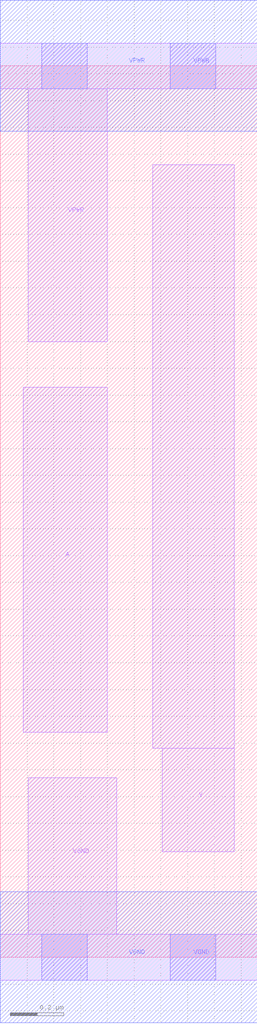
<source format=lef>
# Copyright 2020 The SkyWater PDK Authors
#
# Licensed under the Apache License, Version 2.0 (the "License");
# you may not use this file except in compliance with the License.
# You may obtain a copy of the License at
#
#     https://www.apache.org/licenses/LICENSE-2.0
#
# Unless required by applicable law or agreed to in writing, software
# distributed under the License is distributed on an "AS IS" BASIS,
# WITHOUT WARRANTIES OR CONDITIONS OF ANY KIND, either express or implied.
# See the License for the specific language governing permissions and
# limitations under the License.
#
# SPDX-License-Identifier: Apache-2.0

VERSION 5.7 ;
  NAMESCASESENSITIVE ON ;
  NOWIREEXTENSIONATPIN ON ;
  DIVIDERCHAR "/" ;
  BUSBITCHARS "[]" ;
UNITS
  DATABASE MICRONS 200 ;
END UNITS
MACRO sky130_fd_sc_lp__clkinv_0
  CLASS CORE ;
  SOURCE USER ;
  FOREIGN sky130_fd_sc_lp__clkinv_0 ;
  ORIGIN  0.000000  0.000000 ;
  SIZE  0.960000 BY  3.330000 ;
  SYMMETRY X Y R90 ;
  SITE unit ;
  PIN A
    ANTENNAGATEAREA  0.159000 ;
    DIRECTION INPUT ;
    USE SIGNAL ;
    PORT
      LAYER li1 ;
        RECT 0.085000 0.840000 0.400000 2.130000 ;
    END
  END A
  PIN Y
    ANTENNADIFFAREA  0.280900 ;
    DIRECTION OUTPUT ;
    USE SIGNAL ;
    PORT
      LAYER li1 ;
        RECT 0.570000 0.780000 0.875000 2.960000 ;
        RECT 0.605000 0.395000 0.875000 0.780000 ;
    END
  END Y
  PIN VGND
    DIRECTION INOUT ;
    USE GROUND ;
    PORT
      LAYER li1 ;
        RECT 0.000000 -0.085000 0.960000 0.085000 ;
        RECT 0.105000  0.085000 0.435000 0.670000 ;
      LAYER mcon ;
        RECT 0.155000 -0.085000 0.325000 0.085000 ;
        RECT 0.635000 -0.085000 0.805000 0.085000 ;
      LAYER met1 ;
        RECT 0.000000 -0.245000 0.960000 0.245000 ;
    END
  END VGND
  PIN VPWR
    DIRECTION INOUT ;
    USE POWER ;
    PORT
      LAYER li1 ;
        RECT 0.000000 3.245000 0.960000 3.415000 ;
        RECT 0.105000 2.300000 0.400000 3.245000 ;
      LAYER mcon ;
        RECT 0.155000 3.245000 0.325000 3.415000 ;
        RECT 0.635000 3.245000 0.805000 3.415000 ;
      LAYER met1 ;
        RECT 0.000000 3.085000 0.960000 3.575000 ;
    END
  END VPWR
END sky130_fd_sc_lp__clkinv_0

</source>
